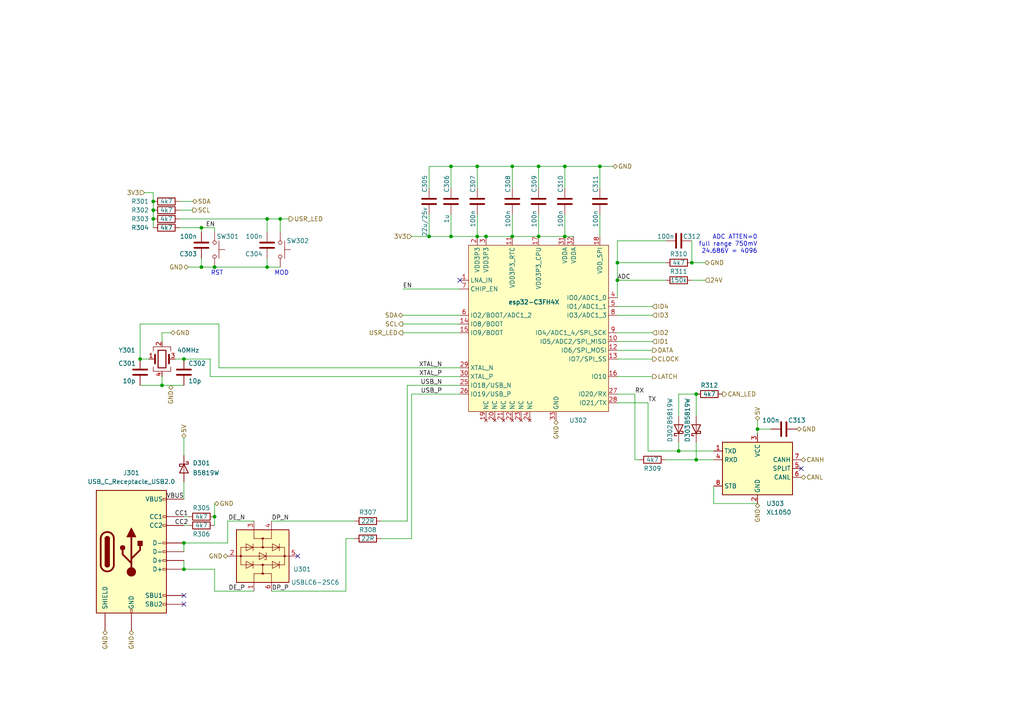
<source format=kicad_sch>
(kicad_sch (version 20211123) (generator eeschema)
  (paper "A4")
  (title_block (title "WormControl-Input32-ControlBoard") (date "2026-02-12") (rev "0.1") (company "makerspace.lt"))
  (lib_symbols
    (symbol "-local:esp32-C3FH4X"
      (property "Reference" "U" (at 30.48 -53.34 0))
      (property "Value" "esp32-C3FH4X" (at 35.56 -50.8 0))
      (symbol "esp32-C3FH4X_0_1"
        (rectangle (start 0 0) (end 40.64 -48.26) (fill (type background)))
      )
      (symbol "esp32-C3FH4X_1_1"
        (pin input line (at -2.54 -10.16 0) (length 2.54) (name "LNA_IN") (number "1"))
        (pin bidirectional line (at 43.18 -27.94 180) (length 2.54) (name "IO5/ADC2/SPI_MISO") (number "10"))
        (pin power_in line (at 12.7 2.54 270) (length 2.54) (name "VDD3P3_RTC") (number "11"))
        (pin bidirectional line (at 43.18 -30.48 180) (length 2.54) (name "IO6/SPI_MOSI") (number "12"))
        (pin bidirectional line (at 43.18 -33.02 180) (length 2.54) (name "IO7/SPI_SS") (number "13"))
        (pin bidirectional line (at -2.54 -22.86 0) (length 2.54) (name "IO8/BOOT") (number "14"))
        (pin bidirectional line (at -2.54 -25.4 0) (length 2.54) (name "IO9/BOOT") (number "15"))
        (pin bidirectional line (at 43.18 -38.1 180) (length 2.54) (name "IO10") (number "16"))
        (pin power_in line (at 20.32 2.54 270) (length 2.54) (name "VDD3P3_CPU") (number "17"))
        (pin power_out line (at 38.1 2.54 270) (length 2.54) (name "VDD_SPI") (number "18"))
        (pin no_connect line (at 5.08 -50.8 90) (length 2.54) (name "NC") (number "19"))
        (pin power_in line (at 2.54 2.54 270) (length 2.54) (name "VDD3P3") (number "2"))
        (pin no_connect line (at 7.62 -50.8 90) (length 2.54) (name "NC") (number "20"))
        (pin no_connect line (at 10.16 -50.8 90) (length 2.54) (name "NC") (number "21"))
        (pin no_connect line (at 12.7 -50.8 90) (length 2.54) (name "NC") (number "22"))
        (pin no_connect line (at 15.24 -50.8 90) (length 2.54) (name "NC") (number "23"))
        (pin no_connect line (at 17.78 -50.8 90) (length 2.54) (name "NC") (number "24"))
        (pin bidirectional line (at -2.54 -40.64 0) (length 2.54) (name "IO18/USB_N") (number "25"))
        (pin bidirectional line (at -2.54 -43.18 0) (length 2.54) (name "IO19/USB_P") (number "26"))
        (pin bidirectional line (at 43.18 -43.18 180) (length 2.54) (name "IO20/RX") (number "27"))
        (pin bidirectional line (at 43.18 -45.72 180) (length 2.54) (name "IO21/TX") (number "28"))
        (pin bidirectional line (at -2.54 -35.56 0) (length 2.54) (name "XTAL_N") (number "29"))
        (pin power_in line (at 5.08 2.54 270) (length 2.54) (name "VDD3P3") (number "3"))
        (pin bidirectional line (at -2.54 -38.1 0) (length 2.54) (name "XTAL_P") (number "30"))
        (pin power_in line (at 27.94 2.54 270) (length 2.54) (name "VDDA") (number "31"))
        (pin power_in line (at 30.48 2.54 270) (length 2.54) (name "VDDA") (number "32"))
        (pin input line (at 25.4 -50.8 90) (length 2.54) (name "GND") (number "33"))
        (pin bidirectional line (at 43.18 -15.24 180) (length 2.54) (name "IO0/ADC1_0") (number "4"))
        (pin bidirectional line (at 43.18 -17.78 180) (length 2.54) (name "IO1/ADC1_1") (number "5"))
        (pin bidirectional line (at -2.54 -20.32 0) (length 2.54) (name "IO2/BOOT/ADC1_2") (number "6"))
        (pin input line (at -2.54 -12.7 0) (length 2.54) (name "CHIP_EN") (number "7"))
        (pin bidirectional line (at 43.18 -20.32 180) (length 2.54) (name "IO3/ADC1_3") (number "8"))
        (pin bidirectional line (at 43.18 -25.4 180) (length 2.54) (name "IO4/ADC1_4/SPI_SCK") (number "9"))
      )
    )
    (symbol "Connector:USB_C_Receptacle_USB2.0" (pin_numbers hide) (pin_names (offset 1.016))
      (property "Reference" "J" (at -10.16 19.05 0))
      (property "Value" "USB_C_Receptacle_USB2.0" (at 19.05 19.05 0))
      (symbol "USB_C_Receptacle_USB2.0_0_0"
        (rectangle (start -0.254 -17.78) (end 0.254 -16.764))
        (rectangle (start 10.16 -14.986) (end 9.144 -15.494))
        (rectangle (start 10.16 -12.446) (end 9.144 -12.954))
        (rectangle (start 10.16 -4.826) (end 9.144 -5.334))
        (rectangle (start 10.16 -2.286) (end 9.144 -2.794))
        (rectangle (start 10.16 0.254) (end 9.144 -0.254))
        (rectangle (start 10.16 2.794) (end 9.144 2.286))
        (rectangle (start 10.16 7.874) (end 9.144 7.366))
        (rectangle (start 10.16 10.414) (end 9.144 9.906))
        (rectangle (start 10.16 15.494) (end 9.144 14.986))
      )
      (symbol "USB_C_Receptacle_USB2.0_0_1"
        (rectangle (start -10.16 17.78) (end 10.16 -17.78) (stroke (width 0.254)) (fill (type background)))
        (arc (start -8.89 -3.81) (mid -6.985 -5.715) (end -5.08 -3.81) (stroke (width 0.508)))
        (arc (start -7.62 -3.81) (mid -6.985 -4.445) (end -6.35 -3.81) (stroke (width 0.254)))
        (arc (start -7.62 -3.81) (mid -6.985 -4.445) (end -6.35 -3.81) (stroke (width 0.254)) (fill (type outline)))
        (rectangle (start -7.62 -3.81) (end -6.35 3.81) (stroke (width 0.254)) (fill (type outline)))
        (arc (start -6.35 3.81) (mid -6.985 4.445) (end -7.62 3.81) (stroke (width 0.254)))
        (arc (start -6.35 3.81) (mid -6.985 4.445) (end -7.62 3.81) (stroke (width 0.254)) (fill (type outline)))
        (arc (start -5.08 3.81) (mid -6.985 5.715) (end -8.89 3.81) (stroke (width 0.508)))
        (circle (center -2.54 1.143) (radius 0.635) (stroke (width 0.254)) (fill (type outline)))
        (circle (center 0 -5.842) (radius 1.27) (fill (type outline)))
        (polyline (pts (xy -8.89 -3.81) (xy -8.89 3.81)) (stroke (width 0.508)))
        (polyline (pts (xy -5.08 3.81) (xy -5.08 -3.81)) (stroke (width 0.508)))
        (polyline (pts (xy 0 -5.842) (xy 0 4.318)) (stroke (width 0.508)))
        (polyline (pts (xy 0 -3.302) (xy -2.54 -0.762) (xy -2.54 0.508)) (stroke (width 0.508)))
        (polyline (pts (xy 0 -2.032) (xy 2.54 0.508) (xy 2.54 1.778)) (stroke (width 0.508)))
        (polyline (pts (xy -1.27 4.318) (xy 0 6.858) (xy 1.27 4.318) (xy -1.27 4.318)) (stroke (width 0.254)) (fill (type outline)))
        (rectangle (start 1.905 1.778) (end 3.175 3.048) (stroke (width 0.254)) (fill (type outline)))
      )
      (symbol "USB_C_Receptacle_USB2.0_1_1"
        (pin passive line (at 0 -22.86 90) (length 5.08) (name "GND") (number "A1"))
        (pin passive line (at 0 -22.86 90) (length 5.08) hide (name "GND") (number "A12"))
        (pin passive line (at 15.24 15.24 180) (length 5.08) (name "VBUS") (number "A4"))
        (pin bidirectional line (at 15.24 10.16 180) (length 5.08) (name "CC1") (number "A5"))
        (pin bidirectional line (at 15.24 -2.54 180) (length 5.08) (name "D+") (number "A6"))
        (pin bidirectional line (at 15.24 2.54 180) (length 5.08) (name "D-") (number "A7"))
        (pin bidirectional line (at 15.24 -12.7 180) (length 5.08) (name "SBU1") (number "A8"))
        (pin passive line (at 15.24 15.24 180) (length 5.08) hide (name "VBUS") (number "A9"))
        (pin passive line (at 0 -22.86 90) (length 5.08) hide (name "GND") (number "B1"))
        (pin passive line (at 0 -22.86 90) (length 5.08) hide (name "GND") (number "B12"))
        (pin passive line (at 15.24 15.24 180) (length 5.08) hide (name "VBUS") (number "B4"))
        (pin bidirectional line (at 15.24 7.62 180) (length 5.08) (name "CC2") (number "B5"))
        (pin bidirectional line (at 15.24 -5.08 180) (length 5.08) (name "D+") (number "B6"))
        (pin bidirectional line (at 15.24 0 180) (length 5.08) (name "D-") (number "B7"))
        (pin bidirectional line (at 15.24 -15.24 180) (length 5.08) (name "SBU2") (number "B8"))
        (pin passive line (at 15.24 15.24 180) (length 5.08) hide (name "VBUS") (number "B9"))
        (pin passive line (at -7.62 -22.86 90) (length 5.08) (name "SHIELD") (number "S1"))
      )
    )
    (symbol "Device:C" (pin_numbers hide) (pin_names (offset 0.254))
      (property "Reference" "C" (at 0.635 2.54 0))
      (property "Value" "C" (at 0.635 -2.54 0))
      (symbol "C_0_1"
        (polyline (pts (xy -2.032 -0.762) (xy 2.032 -0.762)) (stroke (width 0.508)))
        (polyline (pts (xy -2.032 0.762) (xy 2.032 0.762)) (stroke (width 0.508)))
      )
      (symbol "C_1_1"
        (pin passive line (at 0 3.81 270) (length 2.794) (name "~") (number "1"))
        (pin passive line (at 0 -3.81 90) (length 2.794) (name "~") (number "2"))
      )
    )
    (symbol "Device:Crystal_GND24" (pin_names (offset 1.016) hide)
      (property "Reference" "Y" (at 3.175 5.08 0))
      (property "Value" "Crystal_GND24" (at 3.175 3.175 0))
      (symbol "Crystal_GND24_0_1"
        (rectangle (start -1.143 2.54) (end 1.143 -2.54) (stroke (width 0.3048)))
        (polyline (pts (xy -2.54 0) (xy -2.032 0)))
        (polyline (pts (xy -2.032 -1.27) (xy -2.032 1.27)) (stroke (width 0.508)))
        (polyline (pts (xy 0 -3.81) (xy 0 -3.556)))
        (polyline (pts (xy 0 3.556) (xy 0 3.81)))
        (polyline (pts (xy 2.032 -1.27) (xy 2.032 1.27)) (stroke (width 0.508)))
        (polyline (pts (xy 2.032 0) (xy 2.54 0)))
        (polyline (pts (xy -2.54 -2.286) (xy -2.54 -3.556) (xy 2.54 -3.556) (xy 2.54 -2.286)))
        (polyline (pts (xy -2.54 2.286) (xy -2.54 3.556) (xy 2.54 3.556) (xy 2.54 2.286)))
      )
      (symbol "Crystal_GND24_1_1"
        (pin passive line (at -3.81 0 0) (length 1.27) (name "1") (number "1"))
        (pin passive line (at 0 5.08 270) (length 1.27) (name "2") (number "2"))
        (pin passive line (at 3.81 0 180) (length 1.27) (name "3") (number "3"))
        (pin passive line (at 0 -5.08 90) (length 1.27) (name "4") (number "4"))
      )
    )
    (symbol "Device:D_Schottky" (pin_numbers hide) (pin_names (offset 1.016) hide)
      (property "Reference" "D" (at 0 2.54 0))
      (property "Value" "D_Schottky" (at 0 -2.54 0))
      (symbol "D_Schottky_0_1"
        (polyline (pts (xy 1.27 0) (xy -1.27 0)))
        (polyline (pts (xy 1.27 1.27) (xy 1.27 -1.27) (xy -1.27 0) (xy 1.27 1.27)) (stroke (width 0.254)))
        (polyline (pts (xy -1.905 0.635) (xy -1.905 1.27) (xy -1.27 1.27) (xy -1.27 -1.27) (xy -0.635 -1.27) (xy -0.635 -0.635)) (stroke (width 0.254)))
      )
      (symbol "D_Schottky_1_1"
        (pin passive line (at -3.81 0 0) (length 2.54) (name "K") (number "1"))
        (pin passive line (at 3.81 0 180) (length 2.54) (name "A") (number "2"))
      )
    )
    (symbol "Device:R" (pin_numbers hide) (pin_names (offset 0))
      (property "Reference" "R" (at 2.032 0 90))
      (property "Value" "R" (at 0 0 90))
      (symbol "R_0_1"
        (rectangle (start -1.016 -2.54) (end 1.016 2.54) (stroke (width 0.254)))
      )
      (symbol "R_1_1"
        (pin passive line (at 0 3.81 270) (length 1.27) (name "~") (number "1"))
        (pin passive line (at 0 -3.81 90) (length 1.27) (name "~") (number "2"))
      )
    )
    (symbol "Interface_CAN_LIN:TJA1042T"
      (property "Reference" "U" (at -10.16 8.89 0))
      (property "Value" "TJA1042T" (at 1.27 8.89 0))
      (symbol "TJA1042T_0_1"
        (rectangle (start -10.16 7.62) (end 10.16 -7.62) (stroke (width 0.254)) (fill (type background)))
      )
      (symbol "TJA1042T_1_1"
        (pin input line (at -12.7 5.08 0) (length 2.54) (name "TXD") (number "1"))
        (pin power_in line (at 0 -10.16 90) (length 2.54) (name "GND") (number "2"))
        (pin power_in line (at 0 10.16 270) (length 2.54) (name "VCC") (number "3"))
        (pin output line (at -12.7 2.54 0) (length 2.54) (name "RXD") (number "4"))
        (pin power_out line (at 12.7 0 180) (length 2.54) (name "SPLIT") (number "5"))
        (pin bidirectional line (at 12.7 -2.54 180) (length 2.54) (name "CANL") (number "6"))
        (pin bidirectional line (at 12.7 2.54 180) (length 2.54) (name "CANH") (number "7"))
        (pin input line (at -12.7 -5.08 0) (length 2.54) (name "STB") (number "8"))
      )
    )
    (symbol "Power_Protection:USBLC6-2SC6" (pin_names hide)
      (property "Reference" "U" (at 2.54 8.89 0))
      (property "Value" "USBLC6-2SC6" (at 2.54 -8.89 0))
      (symbol "USBLC6-2SC6_0_1"
        (rectangle (start -7.62 -7.62) (end 7.62 7.62) (stroke (width 0.254)) (fill (type background)))
        (circle (center -5.08 0) (radius 0.254) (fill (type outline)))
        (circle (center -2.54 0) (radius 0.254) (fill (type outline)))
        (rectangle (start -2.54 6.35) (end 2.54 -6.35))
        (circle (center 0 -6.35) (radius 0.254) (fill (type outline)))
        (polyline (pts (xy -5.08 -2.54) (xy -7.62 -2.54)))
        (polyline (pts (xy -5.08 0) (xy -5.08 -2.54)))
        (polyline (pts (xy -5.08 2.54) (xy -7.62 2.54)))
        (polyline (pts (xy -1.524 -2.794) (xy -3.556 -2.794)))
        (polyline (pts (xy -1.524 4.826) (xy -3.556 4.826)))
        (polyline (pts (xy 0 -7.62) (xy 0 -6.35)))
        (polyline (pts (xy 0 -6.35) (xy 0 1.27)))
        (polyline (pts (xy 0 1.27) (xy 0 6.35)))
        (polyline (pts (xy 0 6.35) (xy 0 7.62)))
        (polyline (pts (xy 1.524 -2.794) (xy 3.556 -2.794)))
        (polyline (pts (xy 1.524 4.826) (xy 3.556 4.826)))
        (polyline (pts (xy 5.08 -2.54) (xy 7.62 -2.54)))
        (polyline (pts (xy 5.08 0) (xy 5.08 -2.54)))
        (polyline (pts (xy 5.08 2.54) (xy 7.62 2.54)))
        (polyline (pts (xy -2.54 0) (xy -5.08 0) (xy -5.08 2.54)))
        (polyline (pts (xy 2.54 0) (xy 5.08 0) (xy 5.08 2.54)))
        (polyline (pts (xy -3.556 -4.826) (xy -1.524 -4.826) (xy -2.54 -2.794) (xy -3.556 -4.826)))
        (polyline (pts (xy -3.556 2.794) (xy -1.524 2.794) (xy -2.54 4.826) (xy -3.556 2.794)))
        (polyline (pts (xy -1.016 -1.016) (xy 1.016 -1.016) (xy 0 1.016) (xy -1.016 -1.016)))
        (polyline (pts (xy 1.016 1.016) (xy 0.762 1.016) (xy -1.016 1.016) (xy -1.016 0.508)))
        (polyline (pts (xy 3.556 -4.826) (xy 1.524 -4.826) (xy 2.54 -2.794) (xy 3.556 -4.826)))
        (polyline (pts (xy 3.556 2.794) (xy 1.524 2.794) (xy 2.54 4.826) (xy 3.556 2.794)))
        (circle (center 0 6.35) (radius 0.254) (fill (type outline)))
        (circle (center 2.54 0) (radius 0.254) (fill (type outline)))
        (circle (center 5.08 0) (radius 0.254) (fill (type outline)))
      )
      (symbol "USBLC6-2SC6_1_1"
        (pin passive line (at -10.16 -2.54 0) (length 2.54) (name "I/O1") (number "1"))
        (pin passive line (at 0 -10.16 90) (length 2.54) (name "GND") (number "2"))
        (pin passive line (at 10.16 -2.54 180) (length 2.54) (name "I/O2") (number "3"))
        (pin passive line (at 10.16 2.54 180) (length 2.54) (name "I/O2") (number "4"))
        (pin passive line (at 0 10.16 270) (length 2.54) (name "VBUS") (number "5"))
        (pin passive line (at -10.16 2.54 0) (length 2.54) (name "I/O1") (number "6"))
      )
    )
    (symbol "Switch:SW_Push" (pin_numbers hide) (pin_names (offset 1.016) hide)
      (property "Reference" "SW" (at 1.27 2.54 0))
      (property "Value" "SW_Push" (at 0 -1.524 0))
      (symbol "SW_Push_0_1"
        (circle (center -2.032 0) (radius 0.508))
        (polyline (pts (xy 0 1.27) (xy 0 3.048)))
        (polyline (pts (xy 2.54 1.27) (xy -2.54 1.27)))
        (circle (center 2.032 0) (radius 0.508))
        (pin passive line (at -5.08 0 0) (length 2.54) (name "1") (number "1"))
        (pin passive line (at 5.08 0 180) (length 2.54) (name "2") (number "2"))
      )
    )
  )
  (junction (at 219.71 124.46))
  (junction (at 200.66 76.2))
  (junction (at 40.64 104.14))
  (junction (at 77.47 63.5))
  (junction (at 81.28 63.5))
  (junction (at 179.07 76.2))
  (junction (at 156.21 68.58))
  (junction (at 163.83 48.26))
  (junction (at 58.42 66.04))
  (junction (at 138.43 68.58))
  (junction (at 201.93 133.35))
  (junction (at 148.59 48.26))
  (junction (at 44.45 60.96))
  (junction (at 201.93 114.3))
  (junction (at 62.23 77.47))
  (junction (at 163.83 68.58))
  (junction (at 53.34 165.1))
  (junction (at 130.81 68.58))
  (junction (at 44.45 58.42))
  (junction (at 77.47 77.47))
  (junction (at 196.85 130.81))
  (junction (at 62.23 149.86))
  (junction (at 140.97 68.58))
  (junction (at 148.59 68.58))
  (junction (at 46.99 111.76))
  (junction (at 173.99 48.26))
  (junction (at 44.45 63.5))
  (junction (at 138.43 48.26))
  (junction (at 53.34 104.14))
  (junction (at 130.81 48.26))
  (junction (at 53.34 157.48))
  (junction (at 156.21 48.26))
  (junction (at 124.46 68.58))
  (junction (at 58.42 77.47))
  (junction (at 179.07 81.28))
  (no_connect (at 232.41 135.89))
  (no_connect (at 53.34 172.72))
  (no_connect (at 53.34 175.26))
  (no_connect (at 133.35 81.28))
  (no_connect (at 86.36 161.29))
  (wire (pts (xy 53.34 139.7) (xy 53.34 144.78)))
  (wire (pts (xy 110.49 151.13) (xy 118.11 151.13)))
  (wire (pts (xy 207.01 146.05) (xy 219.71 146.05)))
  (wire (pts (xy 116.84 93.98) (xy 133.35 93.98)))
  (wire (pts (xy 116.84 91.44) (xy 133.35 91.44)))
  (wire (pts (xy 63.5 106.68) (xy 63.5 93.98)))
  (wire (pts (xy 200.66 69.85) (xy 200.66 76.2)))
  (wire (pts (xy 52.07 63.5) (xy 77.47 63.5)))
  (wire (pts (xy 184.15 133.35) (xy 185.42 133.35)))
  (wire (pts (xy 163.83 62.23) (xy 163.83 68.58)))
  (wire (pts (xy 184.15 114.3) (xy 179.07 114.3)))
  (wire (pts (xy 63.5 106.68) (xy 133.35 106.68)))
  (wire (pts (xy 78.74 151.13) (xy 102.87 151.13)))
  (wire (pts (xy 189.23 96.52) (xy 179.07 96.52)))
  (wire (pts (xy 156.21 62.23) (xy 156.21 68.58)))
  (wire (pts (xy 52.07 66.04) (xy 58.42 66.04)))
  (wire (pts (xy 100.33 171.45) (xy 100.33 156.21)))
  (wire (pts (xy 189.23 104.14) (xy 179.07 104.14)))
  (wire (pts (xy 44.45 63.5) (xy 44.45 66.04)))
  (wire (pts (xy 46.99 96.52) (xy 49.53 96.52)))
  (wire (pts (xy 138.43 68.58) (xy 138.43 62.23)))
  (wire (pts (xy 140.97 68.58) (xy 148.59 68.58)))
  (wire (pts (xy 81.28 63.5) (xy 81.28 67.31)))
  (wire (pts (xy 124.46 48.26) (xy 130.81 48.26)))
  (wire (pts (xy 62.23 146.05) (xy 62.23 149.86)))
  (wire (pts (xy 201.93 114.3) (xy 201.93 120.65)))
  (wire (pts (xy 44.45 58.42) (xy 44.45 60.96)))
  (wire (pts (xy 77.47 63.5) (xy 77.47 67.31)))
  (wire (pts (xy 77.47 77.47) (xy 81.28 77.47)))
  (wire (pts (xy 66.04 157.48) (xy 53.34 157.48)))
  (wire (pts (xy 196.85 114.3) (xy 196.85 120.65)))
  (wire (pts (xy 163.83 54.61) (xy 163.83 48.26)))
  (wire (pts (xy 193.04 76.2) (xy 179.07 76.2)))
  (wire (pts (xy 179.07 81.28) (xy 179.07 76.2)))
  (wire (pts (xy 201.93 114.3) (xy 196.85 114.3)))
  (wire (pts (xy 196.85 128.27) (xy 196.85 130.81)))
  (wire (pts (xy 62.23 171.45) (xy 62.23 165.1)))
  (wire (pts (xy 58.42 74.93) (xy 58.42 77.47)))
  (wire (pts (xy 148.59 68.58) (xy 156.21 68.58)))
  (wire (pts (xy 124.46 54.61) (xy 124.46 48.26)))
  (wire (pts (xy 58.42 67.31) (xy 58.42 66.04)))
  (wire (pts (xy 173.99 54.61) (xy 173.99 48.26)))
  (wire (pts (xy 196.85 130.81) (xy 207.01 130.81)))
  (wire (pts (xy 156.21 48.26) (xy 156.21 54.61)))
  (wire (pts (xy 100.33 156.21) (xy 102.87 156.21)))
  (wire (pts (xy 119.38 156.21) (xy 119.38 114.3)))
  (wire (pts (xy 219.71 121.92) (xy 219.71 124.46)))
  (wire (pts (xy 55.88 60.96) (xy 52.07 60.96)))
  (wire (pts (xy 173.99 48.26) (xy 163.83 48.26)))
  (wire (pts (xy 124.46 62.23) (xy 124.46 68.58)))
  (wire (pts (xy 200.66 81.28) (xy 204.47 81.28)))
  (wire (pts (xy 40.64 93.98) (xy 40.64 104.14)))
  (wire (pts (xy 130.81 68.58) (xy 138.43 68.58)))
  (wire (pts (xy 201.93 128.27) (xy 201.93 133.35)))
  (wire (pts (xy 77.47 63.5) (xy 81.28 63.5)))
  (wire (pts (xy 119.38 114.3) (xy 133.35 114.3)))
  (wire (pts (xy 44.45 55.88) (xy 44.45 58.42)))
  (wire (pts (xy 138.43 48.26) (xy 138.43 54.61)))
  (wire (pts (xy 40.64 111.76) (xy 46.99 111.76)))
  (wire (pts (xy 41.91 55.88) (xy 44.45 55.88)))
  (wire (pts (xy 73.66 171.45) (xy 62.23 171.45)))
  (wire (pts (xy 116.84 96.52) (xy 133.35 96.52)))
  (wire (pts (xy 53.34 127) (xy 53.34 132.08)))
  (wire (pts (xy 189.23 109.22) (xy 179.07 109.22)))
  (wire (pts (xy 60.96 109.22) (xy 60.96 104.14)))
  (wire (pts (xy 60.96 109.22) (xy 133.35 109.22)))
  (wire (pts (xy 63.5 93.98) (xy 40.64 93.98)))
  (wire (pts (xy 62.23 149.86) (xy 62.23 152.4)))
  (wire (pts (xy 118.11 111.76) (xy 118.11 151.13)))
  (wire (pts (xy 200.66 76.2) (xy 204.47 76.2)))
  (wire (pts (xy 156.21 48.26) (xy 148.59 48.26)))
  (wire (pts (xy 179.07 69.85) (xy 179.07 76.2)))
  (wire (pts (xy 50.8 104.14) (xy 53.34 104.14)))
  (wire (pts (xy 119.38 68.58) (xy 124.46 68.58)))
  (wire (pts (xy 81.28 63.5) (xy 83.82 63.5)))
  (wire (pts (xy 219.71 124.46) (xy 223.52 124.46)))
  (wire (pts (xy 118.11 111.76) (xy 133.35 111.76)))
  (wire (pts (xy 184.15 114.3) (xy 184.15 133.35)))
  (wire (pts (xy 207.01 140.97) (xy 207.01 146.05)))
  (wire (pts (xy 46.99 111.76) (xy 53.34 111.76)))
  (wire (pts (xy 173.99 48.26) (xy 177.8 48.26)))
  (wire (pts (xy 148.59 48.26) (xy 138.43 48.26)))
  (wire (pts (xy 193.04 133.35) (xy 201.93 133.35)))
  (wire (pts (xy 62.23 77.47) (xy 77.47 77.47)))
  (wire (pts (xy 58.42 66.04) (xy 62.23 66.04)))
  (wire (pts (xy 187.96 116.84) (xy 187.96 130.81)))
  (wire (pts (xy 189.23 99.06) (xy 179.07 99.06)))
  (wire (pts (xy 196.85 130.81) (xy 187.96 130.81)))
  (wire (pts (xy 55.88 58.42) (xy 52.07 58.42)))
  (wire (pts (xy 40.64 104.14) (xy 43.18 104.14)))
  (wire (pts (xy 54.61 152.4) (xy 53.34 152.4)))
  (wire (pts (xy 130.81 48.26) (xy 138.43 48.26)))
  (wire (pts (xy 130.81 48.26) (xy 130.81 54.61)))
  (wire (pts (xy 54.61 77.47) (xy 58.42 77.47)))
  (wire (pts (xy 193.04 81.28) (xy 179.07 81.28)))
  (wire (pts (xy 53.34 157.48) (xy 53.34 160.02)))
  (wire (pts (xy 189.23 91.44) (xy 179.07 91.44)))
  (wire (pts (xy 189.23 101.6) (xy 179.07 101.6)))
  (wire (pts (xy 148.59 62.23) (xy 148.59 68.58)))
  (wire (pts (xy 163.83 48.26) (xy 156.21 48.26)))
  (wire (pts (xy 148.59 48.26) (xy 148.59 54.61)))
  (wire (pts (xy 201.93 133.35) (xy 207.01 133.35)))
  (wire (pts (xy 130.81 62.23) (xy 130.81 68.58)))
  (wire (pts (xy 163.83 68.58) (xy 166.37 68.58)))
  (wire (pts (xy 58.42 77.47) (xy 62.23 77.47)))
  (wire (pts (xy 187.96 116.84) (xy 179.07 116.84)))
  (wire (pts (xy 46.99 99.06) (xy 46.99 96.52)))
  (wire (pts (xy 53.34 162.56) (xy 53.34 165.1)))
  (wire (pts (xy 62.23 67.31) (xy 62.23 66.04)))
  (wire (pts (xy 54.61 149.86) (xy 53.34 149.86)))
  (wire (pts (xy 173.99 62.23) (xy 173.99 68.58)))
  (wire (pts (xy 116.84 83.82) (xy 133.35 83.82)))
  (wire (pts (xy 110.49 156.21) (xy 119.38 156.21)))
  (wire (pts (xy 189.23 88.9) (xy 179.07 88.9)))
  (wire (pts (xy 73.66 151.13) (xy 66.04 151.13)))
  (wire (pts (xy 77.47 74.93) (xy 77.47 77.47)))
  (wire (pts (xy 44.45 60.96) (xy 44.45 63.5)))
  (wire (pts (xy 62.23 165.1) (xy 53.34 165.1)))
  (wire (pts (xy 140.97 68.58) (xy 138.43 68.58)))
  (wire (pts (xy 46.99 109.22) (xy 46.99 111.76)))
  (wire (pts (xy 193.04 69.85) (xy 179.07 69.85)))
  (wire (pts (xy 78.74 171.45) (xy 100.33 171.45)))
  (wire (pts (xy 179.07 81.28) (xy 179.07 86.36)))
  (wire (pts (xy 66.04 151.13) (xy 66.04 157.48)))
  (wire (pts (xy 219.71 124.46) (xy 219.71 125.73)))
  (wire (pts (xy 156.21 68.58) (xy 163.83 68.58)))
  (wire (pts (xy 124.46 68.58) (xy 130.81 68.58)))
  (wire (pts (xy 60.96 104.14) (xy 53.34 104.14)))
  (text "RST" (at 64.77 80.01 180) (effects (font (size 1.27 1.27)) (justify right bottom)))
  (text "ADC ATTEN=0\nfull range 750mV\n24.686V = 4096" (at 219.71 73.66 180) (effects (font (size 1.27 1.27)) (justify right bottom)))
  (text "MOD" (at 83.82 80.01 180) (effects (font (size 1.27 1.27)) (justify right bottom)))
  (label "VBUS" (at 53.34 144.78 180))
  (label "USB_N" (at 128.27 111.76 180))
  (label "XTAL_N" (at 128.27 106.68 180))
  (label "DP_P" (at 83.82 171.45 180))
  (label "ADC" (at 179.07 81.28 0))
  (label "XTAL_P" (at 128.27 109.22 180))
  (label "EN" (at 116.84 83.82 0))
  (label "CC2" (at 54.61 152.4 180))
  (label "DE_N" (at 71.12 151.13 180))
  (label "RX" (at 184.15 114.3 0))
  (label "USB_P" (at 128.27 114.3 180))
  (label "CC1" (at 54.61 149.86 180))
  (label "DP_N" (at 83.82 151.13 180))
  (label "TX" (at 187.96 116.84 0))
  (label "DE_P" (at 71.12 171.45 180))
  (label "EN" (at 59.69 66.04 0))
  (hierarchical_label "24V" (shape input) (at 204.47 81.28 0))
  (hierarchical_label "GND" (shape bidirectional) (at 66.04 161.29 180))
  (hierarchical_label "USR_LED" (shape output) (at 116.84 96.52 180))
  (hierarchical_label "3V3" (shape input) (at 119.38 68.58 180))
  (hierarchical_label "5V" (shape bidirectional) (at 219.71 121.92 90))
  (hierarchical_label "USR_LED" (shape output) (at 83.82 63.5 0))
  (hierarchical_label "GND" (shape bidirectional) (at 54.61 77.47 180))
  (hierarchical_label "3V3" (shape input) (at 41.91 55.88 180))
  (hierarchical_label "ID3" (shape input) (at 189.23 91.44 0))
  (hierarchical_label "GND" (shape bidirectional) (at 62.23 146.05 0))
  (hierarchical_label "CAN_LED" (shape output) (at 209.55 114.3 0))
  (hierarchical_label "SCL" (shape output) (at 55.88 60.96 0))
  (hierarchical_label "GND" (shape bidirectional) (at 38.1 182.88 270))
  (hierarchical_label "ID4" (shape input) (at 189.23 88.9 0))
  (hierarchical_label "GND" (shape bidirectional) (at 161.29 121.92 270))
  (hierarchical_label "ID2" (shape input) (at 189.23 96.52 0))
  (hierarchical_label "DATA" (shape output) (at 189.23 101.6 0))
  (hierarchical_label "GND" (shape bidirectional) (at 49.53 111.76 270))
  (hierarchical_label "SDA" (shape bidirectional) (at 116.84 91.44 180))
  (hierarchical_label "CANH" (shape bidirectional) (at 232.41 133.35 0))
  (hierarchical_label "LATCH" (shape output) (at 189.23 109.22 0))
  (hierarchical_label "SDA" (shape bidirectional) (at 55.88 58.42 0))
  (hierarchical_label "5V" (shape bidirectional) (at 53.34 127 90))
  (hierarchical_label "ID1" (shape input) (at 189.23 99.06 0))
  (hierarchical_label "CANL" (shape bidirectional) (at 232.41 138.43 0))
  (hierarchical_label "GND" (shape bidirectional) (at 177.8 48.26 0))
  (hierarchical_label "GND" (shape bidirectional) (at 204.47 76.2 0))
  (hierarchical_label "CLOCK" (shape output) (at 189.23 104.14 0))
  (hierarchical_label "GND" (shape bidirectional) (at 231.14 124.46 0))
  (hierarchical_label "GND" (shape bidirectional) (at 49.53 96.52 0))
  (hierarchical_label "GND" (shape bidirectional) (at 219.71 146.05 270))
  (hierarchical_label "GND" (shape bidirectional) (at 30.48 182.88 270))
  (hierarchical_label "SCL" (shape output) (at 116.84 93.98 180))
  (symbol (lib_id "Device:R") (at 48.26 63.5 90) (unit 1)
    (property "Reference" "R303" (at 40.64 63.5 90))
    (property "Value" "4k7" (at 48.26 63.5 90))
    (property "Footprint" "Resistor_SMD:R_0805_2012Metric_Pad1.20x1.40mm_HandSolder" (effects hide))
    (property "jlc-part-type" "B" (effects hide))
    (property "lcsc#" "C17673" (effects hide))
  )
  (symbol (lib_id "Connector:USB_C_Receptacle_USB2.0") (at 38.1 160.02 0) (unit 1)
    (property "Reference" "J301" (at 38.1 137.16 0))
    (property "Value" "USB_C_Receptacle_USB2.0" (at 38.1 139.7 0))
    (property "Footprint" "-local:USB_C_Receptacle_G-Switch_GT-USB-7082G" (effects hide))
    (property "Datasheet" "https://www.lcsc.com/datasheet/lcsc_datasheet_2405271642_G-Switch-GT-USB-7082G_C22383836.pdf" (effects hide))
    (property "jlc-part-type" "E" (effects hide))
    (property "lcsc#" "C22383836" (effects hide))
  )
  (symbol (lib_id "Device:R") (at 205.74 114.3 270) (unit 1)
    (property "Reference" "R312" (at 205.74 111.76 90))
    (property "Value" "4k7" (at 205.74 114.3 90))
    (property "Footprint" "Resistor_SMD:R_0805_2012Metric_Pad1.20x1.40mm_HandSolder" (effects hide))
    (property "jlc-part-type" "B" (effects hide))
    (property "lcsc#" "C17673" (effects hide))
  )
  (symbol (lib_id "Device:R") (at 106.68 156.21 90) (unit 1)
    (property "Reference" "R308" (at 106.68 153.67 90))
    (property "Value" "22R" (at 106.68 156.21 90))
    (property "Footprint" "Resistor_SMD:R_0805_2012Metric_Pad1.20x1.40mm_HandSolder" (effects hide))
    (property "jlc-part-type" "B" (effects hide))
    (property "lcsc#" "C17561" (effects hide))
  )
  (symbol (lib_id "Device:C") (at 173.99 58.42 180) (unit 1)
    (property "Reference" "C311" (at 172.72 50.8 90) (effects (justify left)))
    (property "Value" "100n" (at 172.72 60.96 90) (effects (justify left)))
    (property "Footprint" "Capacitor_SMD:C_0805_2012Metric_Pad1.18x1.45mm_HandSolder" (effects hide))
    (property "Datasheet" "https://www.lcsc.com/datasheet/lcsc_datasheet_2304140030_Samsung-Electro-Mechanics-CL21B104KCFNNNE_C28233.pdf" (effects hide))
    (property "jlc-part-type" "B" (effects hide))
    (property "lcsc#" "C28233" (effects hide))
  )
  (symbol (lib_id "Device:R") (at 106.68 151.13 90) (unit 1)
    (property "Reference" "R307" (at 106.68 148.59 90))
    (property "Value" "22R" (at 106.68 151.13 90))
    (property "Footprint" "Resistor_SMD:R_0805_2012Metric_Pad1.20x1.40mm_HandSolder" (effects hide))
    (property "jlc-part-type" "B" (effects hide))
    (property "lcsc#" "C17561" (effects hide))
  )
  (symbol (lib_id "Device:R") (at 58.42 152.4 270) (unit 1)
    (property "Reference" "R306" (at 58.42 154.94 90))
    (property "Value" "4k7" (at 58.42 152.4 90))
    (property "Footprint" "Resistor_SMD:R_0805_2012Metric_Pad1.20x1.40mm_HandSolder" (effects hide))
    (property "jlc-part-type" "B" (effects hide))
    (property "lcsc#" "C17673" (effects hide))
  )
  (symbol (lib_id "Device:R") (at 196.85 81.28 90) (unit 1)
    (property "Reference" "R311" (at 196.85 78.74 90))
    (property "Value" "150k" (at 196.85 81.28 90))
    (property "Footprint" "Resistor_SMD:R_0805_2012Metric_Pad1.20x1.40mm_HandSolder" (effects hide))
    (property "jlc-part-type" "B" (effects hide))
    (property "lcsc#" "C17470" (effects hide))
  )
  (symbol (lib_id "Device:C") (at 196.85 69.85 90) (unit 1)
    (property "Reference" "C312" (at 203.2 68.58 90) (effects (justify left)))
    (property "Value" "100n" (at 195.58 68.58 90) (effects (justify left)))
    (property "Footprint" "Capacitor_SMD:C_0805_2012Metric_Pad1.18x1.45mm_HandSolder" (effects hide))
    (property "Datasheet" "https://www.lcsc.com/datasheet/lcsc_datasheet_2304140030_Samsung-Electro-Mechanics-CL21B104KCFNNNE_C28233.pdf" (effects hide))
    (property "jlc-part-type" "B" (effects hide))
    (property "lcsc#" "C28233" (effects hide))
  )
  (symbol (lib_id "Device:R") (at 48.26 66.04 90) (unit 1)
    (property "Reference" "R304" (at 40.64 66.04 90))
    (property "Value" "4k7" (at 48.26 66.04 90))
    (property "Footprint" "Resistor_SMD:R_0805_2012Metric_Pad1.20x1.40mm_HandSolder" (effects hide))
    (property "jlc-part-type" "B" (effects hide))
    (property "lcsc#" "C17673" (effects hide))
  )
  (symbol (lib_id "Device:C") (at 148.59 58.42 180) (unit 1)
    (property "Reference" "C308" (at 147.32 50.8 90) (effects (justify left)))
    (property "Value" "100n" (at 147.32 60.96 90) (effects (justify left)))
    (property "Footprint" "Capacitor_SMD:C_0805_2012Metric_Pad1.18x1.45mm_HandSolder" (effects hide))
    (property "Datasheet" "https://www.lcsc.com/datasheet/lcsc_datasheet_2304140030_Samsung-Electro-Mechanics-CL21B104KCFNNNE_C28233.pdf" (effects hide))
    (property "jlc-part-type" "B" (effects hide))
    (property "lcsc#" "C28233" (effects hide))
  )
  (symbol (lib_id "Device:C") (at 163.83 58.42 180) (unit 1)
    (property "Reference" "C310" (at 162.56 50.8 90) (effects (justify left)))
    (property "Value" "100n" (at 162.56 60.96 90) (effects (justify left)))
    (property "Footprint" "Capacitor_SMD:C_0805_2012Metric_Pad1.18x1.45mm_HandSolder" (effects hide))
    (property "Datasheet" "https://www.lcsc.com/datasheet/lcsc_datasheet_2304140030_Samsung-Electro-Mechanics-CL21B104KCFNNNE_C28233.pdf" (effects hide))
    (property "jlc-part-type" "B" (effects hide))
    (property "lcsc#" "C28233" (effects hide))
  )
  (symbol (lib_id "Device:C") (at 138.43 58.42 180) (unit 1)
    (property "Reference" "C307" (at 137.16 50.8 90) (effects (justify left)))
    (property "Value" "100n" (at 137.16 60.96 90) (effects (justify left)))
    (property "Footprint" "Capacitor_SMD:C_0805_2012Metric_Pad1.18x1.45mm_HandSolder" (effects hide))
    (property "Datasheet" "https://www.lcsc.com/datasheet/lcsc_datasheet_2304140030_Samsung-Electro-Mechanics-CL21B104KCFNNNE_C28233.pdf" (effects hide))
    (property "jlc-part-type" "B" (effects hide))
    (property "lcsc#" "C28233" (effects hide))
  )
  (symbol (lib_id "Device:C") (at 58.42 71.12 180) (unit 1)
    (property "Reference" "C303" (at 57.15 73.66 0) (effects (justify left)))
    (property "Value" "100n" (at 57.15 68.58 0) (effects (justify left)))
    (property "Footprint" "Capacitor_SMD:C_0805_2012Metric_Pad1.18x1.45mm_HandSolder" (effects hide))
    (property "Datasheet" "https://www.lcsc.com/datasheet/lcsc_datasheet_2304140030_Samsung-Electro-Mechanics-CL21B104KCFNNNE_C28233.pdf" (effects hide))
    (property "jlc-part-type" "B" (effects hide))
    (property "lcsc#" "C28233" (effects hide))
  )
  (symbol (lib_id "Device:D_Schottky") (at 53.34 135.89 270) (unit 1)
    (property "Reference" "D301" (at 55.88 134.3024 90) (effects (justify left)))
    (property "Value" "B5819W" (at 55.88 137.16 90) (effects (justify left)))
    (property "Footprint" "Diode_SMD:D_SOD-123" (effects hide))
    (property "Datasheet" "https://www.lcsc.com/datasheet/lcsc_datasheet_2304140030_Jiangsu-Changjing-Electronics-Technology-Co---Ltd--B5819W-SL_C8598.pdf" (effects hide))
    (property "jlc-part-type" "B" (effects hide))
    (property "lcsc#" "C8598" (effects hide))
  )
  (symbol (lib_id "Interface_CAN_LIN:TJA1042T") (at 219.71 135.89 0) (unit 1)
    (property "Reference" "U303" (at 222.25 146.05 0) (effects (justify left)))
    (property "Value" "XL1050" (at 222.25 148.59 0) (effects (justify left)))
    (property "Footprint" "Package_SO:SOIC-8_3.9x4.9mm_P1.27mm" (effects hide))
    (property "Datasheet" "https://www.lcsc.com/datasheet/lcsc_datasheet_2309141025_XINLUDA-XL1050_C609746.pdf" (effects hide))
    (property "jlc-part-type" "E" (effects hide))
    (property "lcsc#" "C609746" (effects hide))
  )
  (symbol (lib_id "Device:C") (at 53.34 107.95 0) (unit 1)
    (property "Reference" "C302" (at 54.61 105.41 0) (effects (justify left)))
    (property "Value" "10p" (at 54.61 110.49 0) (effects (justify left)))
    (property "Footprint" "Capacitor_SMD:C_0402_1005Metric_Pad0.74x0.62mm_HandSolder" (effects hide))
    (property "jlc-part-type" "B" (effects hide))
    (property "lcsc#" "C32949" (effects hide))
  )
  (symbol (lib_id "Device:C") (at 77.47 71.12 180) (unit 1)
    (property "Reference" "C304" (at 76.2 73.66 0) (effects (justify left)))
    (property "Value" "100n" (at 76.2 68.58 0) (effects (justify left)))
    (property "Footprint" "Capacitor_SMD:C_0805_2012Metric_Pad1.18x1.45mm_HandSolder" (effects hide))
    (property "Datasheet" "https://www.lcsc.com/datasheet/lcsc_datasheet_2304140030_Samsung-Electro-Mechanics-CL21B104KCFNNNE_C28233.pdf" (effects hide))
    (property "jlc-part-type" "B" (effects hide))
    (property "lcsc#" "C28233" (effects hide))
  )
  (symbol (lib_id "Device:R") (at 48.26 60.96 90) (unit 1)
    (property "Reference" "R302" (at 40.64 60.96 90))
    (property "Value" "4k7" (at 48.26 60.96 90))
    (property "Footprint" "Resistor_SMD:R_0805_2012Metric_Pad1.20x1.40mm_HandSolder" (effects hide))
    (property "jlc-part-type" "B" (effects hide))
    (property "lcsc#" "C17673" (effects hide))
  )
  (symbol (lib_id "Device:C") (at 156.21 58.42 180) (unit 1)
    (property "Reference" "C309" (at 154.94 50.8 90) (effects (justify left)))
    (property "Value" "100n" (at 154.94 60.96 90) (effects (justify left)))
    (property "Footprint" "Capacitor_SMD:C_0805_2012Metric_Pad1.18x1.45mm_HandSolder" (effects hide))
    (property "Datasheet" "https://www.lcsc.com/datasheet/lcsc_datasheet_2304140030_Samsung-Electro-Mechanics-CL21B104KCFNNNE_C28233.pdf" (effects hide))
    (property "jlc-part-type" "B" (effects hide))
    (property "lcsc#" "C28233" (effects hide))
  )
  (symbol (lib_id "Switch:SW_Push") (at 62.23 72.39 270) (unit 1)
    (property "Reference" "SW301" (at 66.04 68.58 90))
    (property "Value" "15mm" (effects hide))
    (property "Footprint" "-local:SW_SPST_15" (effects hide))
    (property "Datasheet" "https://www.lcsc.com/datasheet/lcsc_datasheet_2110120830_XKB-Connection-TS-1102S-C-V-B_C2885154.pdf" (effects hide))
    (property "jlc-part-type" "E" (effects hide))
    (property "lcsc#" "C2885154" (effects hide))
  )
  (symbol (lib_id "Device:C") (at 227.33 124.46 90) (unit 1)
    (property "Reference" "C313" (at 233.68 121.92 90) (effects (justify left)))
    (property "Value" "100n" (at 226.06 121.92 90) (effects (justify left)))
    (property "Footprint" "Capacitor_SMD:C_0805_2012Metric_Pad1.18x1.45mm_HandSolder" (effects hide))
    (property "Datasheet" "https://www.lcsc.com/datasheet/lcsc_datasheet_2304140030_Samsung-Electro-Mechanics-CL21B104KCFNNNE_C28233.pdf" (effects hide))
    (property "jlc-part-type" "B" (effects hide))
    (property "lcsc#" "C28233" (effects hide))
  )
  (symbol (lib_id "Device:R") (at 48.26 58.42 90) (unit 1)
    (property "Reference" "R301" (at 40.64 58.42 90))
    (property "Value" "4k7" (at 48.26 58.42 90))
    (property "Footprint" "Resistor_SMD:R_0805_2012Metric_Pad1.20x1.40mm_HandSolder" (effects hide))
    (property "jlc-part-type" "B" (effects hide))
    (property "lcsc#" "C17673" (effects hide))
  )
  (symbol (lib_id "Device:R") (at 196.85 76.2 270) (unit 1)
    (property "Reference" "R310" (at 196.85 73.66 90))
    (property "Value" "4k7" (at 196.85 76.2 90))
    (property "Footprint" "Resistor_SMD:R_0805_2012Metric_Pad1.20x1.40mm_HandSolder" (effects hide))
    (property "jlc-part-type" "B" (effects hide))
    (property "lcsc#" "C17673" (effects hide))
  )
  (symbol (lib_id "Device:C") (at 40.64 107.95 0) (unit 1)
    (property "Reference" "C301" (at 34.29 105.41 0) (effects (justify left)))
    (property "Value" "10p" (at 35.56 110.49 0) (effects (justify left)))
    (property "Footprint" "Capacitor_SMD:C_0402_1005Metric_Pad0.74x0.62mm_HandSolder" (effects hide))
    (property "jlc-part-type" "B" (effects hide))
    (property "lcsc#" "C32949" (effects hide))
  )
  (symbol (lib_id "Device:D_Schottky") (at 196.85 124.46 90) (unit 1)
    (property "Reference" "D302" (at 194.31 128.27 0) (effects (justify left)))
    (property "Value" "B5819W" (at 194.31 123.19 0) (effects (justify left)))
    (property "Footprint" "Diode_SMD:D_SOD-123" (effects hide))
    (property "Datasheet" "https://www.lcsc.com/datasheet/lcsc_datasheet_2304140030_Jiangsu-Changjing-Electronics-Technology-Co---Ltd--B5819W-SL_C8598.pdf" (effects hide))
    (property "jlc-part-type" "B" (effects hide))
    (property "lcsc#" "C8598" (effects hide))
  )
  (symbol (lib_id "Switch:SW_Push") (at 81.28 72.39 270) (unit 1)
    (property "Reference" "SW302" (at 86.36 69.85 90))
    (property "Value" "15mm" (effects hide))
    (property "Footprint" "-local:SW_SPST_15" (effects hide))
    (property "Datasheet" "https://www.lcsc.com/datasheet/lcsc_datasheet_2110120830_XKB-Connection-TS-1102S-C-V-B_C2885154.pdf" (effects hide))
    (property "jlc-part-type" "E" (effects hide))
    (property "lcsc#" "C2885154" (effects hide))
  )
  (symbol (lib_id "Device:R") (at 58.42 149.86 90) (unit 1)
    (property "Reference" "R305" (at 58.42 147.32 90))
    (property "Value" "4k7" (at 58.42 149.86 90))
    (property "Footprint" "Resistor_SMD:R_0805_2012Metric_Pad1.20x1.40mm_HandSolder" (effects hide))
    (property "jlc-part-type" "B" (effects hide))
    (property "lcsc#" "C17673" (effects hide))
  )
  (symbol (lib_id "Device:R") (at 189.23 133.35 90) (unit 1)
    (property "Reference" "R309" (at 189.23 135.89 90))
    (property "Value" "4k7" (at 189.23 133.35 90))
    (property "Footprint" "Resistor_SMD:R_0805_2012Metric_Pad1.20x1.40mm_HandSolder" (effects hide))
    (property "jlc-part-type" "B" (effects hide))
    (property "lcsc#" "C17673" (effects hide))
  )
  (symbol (lib_id "Power_Protection:USBLC6-2SC6") (at 76.2 161.29 270) (mirror x) (unit 1)
    (property "Reference" "U301" (at 87.63 165.1 90))
    (property "Value" "USBLC6-2SC6" (at 91.44 168.91 90))
    (property "Footprint" "Package_TO_SOT_SMD:SOT-23-6" (effects hide))
    (property "Datasheet" "https://www.lcsc.com/datasheet/lcsc_datasheet_2311091738_UMW-Youtai-Semiconductor-Co---Ltd--USBLC6-2SC6_C2687116.pdf" (effects hide))
    (property "jlc-part-type" "E" (effects hide))
    (property "lcsc#" "C2687116" (effects hide))
  )
  (symbol (lib_id "Device:D_Schottky") (at 201.93 124.46 90) (unit 1)
    (property "Reference" "D303" (at 199.39 128.27 0) (effects (justify left)))
    (property "Value" "B5819W" (at 199.39 123.19 0) (effects (justify left)))
    (property "Footprint" "Diode_SMD:D_SOD-123" (effects hide))
    (property "Datasheet" "https://www.lcsc.com/datasheet/lcsc_datasheet_2304140030_Jiangsu-Changjing-Electronics-Technology-Co---Ltd--B5819W-SL_C8598.pdf" (effects hide))
    (property "jlc-part-type" "B" (effects hide))
    (property "lcsc#" "C8598" (effects hide))
  )
  (symbol (lib_id "Device:C") (at 124.46 58.42 0) (unit 1)
    (property "Reference" "C305" (at 123.19 55.88 90) (effects (justify left)))
    (property "Value" "22u/25v" (at 123.19 68.58 90) (effects (justify left)))
    (property "Footprint" "Capacitor_SMD:C_0805_2012Metric_Pad1.18x1.45mm_HandSolder" (effects hide))
    (property "Datasheet" "https://www.lcsc.com/datasheet/lcsc_datasheet_2304140030_Samsung-Electro-Mechanics-CL21A226MAQNNNE_C45783.pdf" (effects hide))
    (property "jlc-part-type" "B" (effects hide))
    (property "lcsc#" "C45783" (effects hide))
  )
  (symbol (lib_id "Device:C") (at 130.81 58.42 0) (unit 1)
    (property "Reference" "C306" (at 129.54 55.88 90) (effects (justify left)))
    (property "Value" "1u" (at 129.54 64.77 90) (effects (justify left)))
    (property "Footprint" "Capacitor_SMD:C_0805_2012Metric_Pad1.18x1.45mm_HandSolder" (effects hide))
    (property "Datasheet" "https://www.lcsc.com/datasheet/lcsc_datasheet_2304140030_Samsung-Electro-Mechanics-CL21B105KBFNNNE_C28323.pdf" (effects hide))
    (property "jlc-part-type" "B" (effects hide))
    (property "lcsc#" "C28323" (effects hide))
  )
  (symbol (lib_id "-local:esp32-C3FH4X") (at 135.89 71.12 0) (unit 1)
    (property "Reference" "U302" (at 165.1 121.92 0) (effects (justify left)))
    (property "Value" "esp32-C3FH4X" (at 147.32 87.63 0) (effects (font bold) (justify left)))
    (property "Footprint" "-local:QFN-32-1EP_5x5mm_P0.5mm_EP3.65x3.65mm" (effects hide))
    (property "Datasheet" "https://www.espressif.com/sites/default/files/documentation/esp32-c3_datasheet_en.pdf" (effects hide))
    (property "jlc-part-type" "E" (effects hide))
    (property "lcsc#" "C2858491" (effects hide))
  )
  (symbol (lib_id "Device:Crystal_GND24") (at 46.99 104.14 0) (unit 1)
    (property "Reference" "Y301" (at 36.83 101.6 0))
    (property "Value" "40MHz" (at 54.61 101.6 0))
    (property "Footprint" "-local:Crystal_SMD_2016-4Pin_2.0x1.6mm" (effects hide))
    (property "Datasheet" "https://www.lcsc.com/datasheet/C20885029.pdf" (effects hide))
    (property "jlc-part-type" "E" (effects hide))
    (property "lcsc#" "C20885029" (effects hide))
  )
)
</source>
